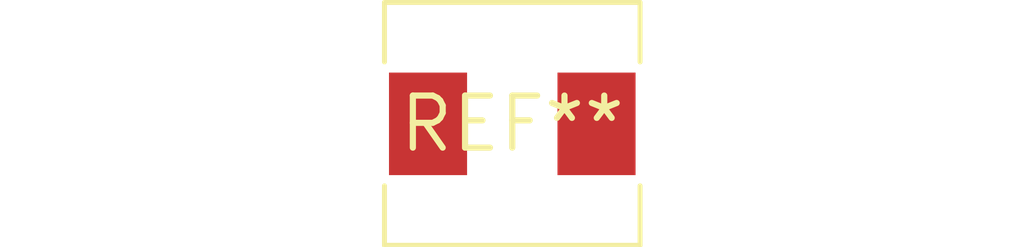
<source format=kicad_pcb>
(kicad_pcb (version 20240108) (generator pcbnew)
  (layers (0 "F.Cu" signal) (31 "B.Cu" signal) (34 "B.Paste" user) (35 "F.Paste" user) (36 "B.SilkS" user "B.Silkscreen") (37 "F.SilkS" user "F.Silkscreen") (38 "B.Mask" user) (39 "F.Mask" user) (44 "Edge.Cuts" user))
  (net 0 "")
  (footprint "L_Chilisin_BMRx00050515" (layer "F.Cu") (at 0 0)
    (property "Reference" "REF**")
    (property "Value" "L_Chilisin_BMRx00050515")
    (fp_line (start -3.11 -2.96) (end -3.11 -1.51) (layer "F.SilkS") (stroke (width 0.12)))
    (fp_line (start -3.11 -2.96) (end 3.11 -2.96) (layer "F.SilkS") (stroke (width 0.12)))
    (fp_line (start -3.11 2.96) (end -3.11 1.51) (layer "F.SilkS") (stroke (width 0.12)))
    (fp_line (start -3.11 2.96) (end 3.11 2.96) (layer "F.SilkS") (stroke (width 0.12)))
    (fp_line (start 3.11 -2.96) (end 3.11 -1.51) (layer "F.SilkS") (stroke (width 0.12)))
    (fp_line (start 3.11 2.96) (end 3.11 1.51) (layer "F.SilkS") (stroke (width 0.12)))
    (pad "1" smd rect (at -2.05 0) (size 1.9 2.5) (layers "F.Cu" "F.Paste" "F.Mask"))
    (pad "2" smd rect (at 2.05 0) (size 1.9 2.5) (layers "F.Cu" "F.Paste" "F.Mask"))
  )
)
</source>
